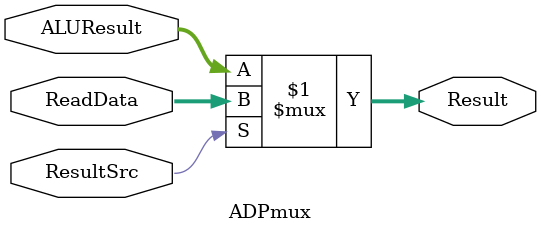
<source format=sv>
module ADPmux #(
    parameter DATA_WIDTH = 32

)(
    input logic ResultSrc,
    input logic [DATA_WIDTH-1:0] ReadData,
    input logic [DATA_WIDTH-1:0] ALUResult,
    output logic [DATA_WIDTH-1:0] Result    
);
    assign Result = (ResultSrc) ? ReadData : ALUResult;

endmodule 

</source>
